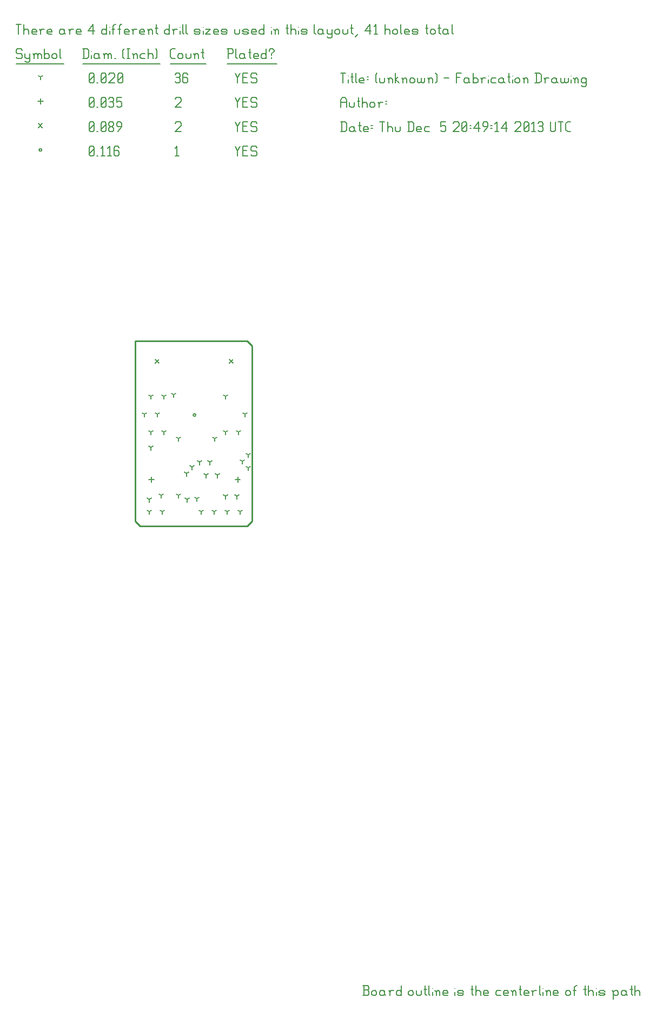
<source format=gbr>
G04 start of page 14 for group -3984 idx -3984 *
G04 Title: (unknown), fab *
G04 Creator: pcb 20110918 *
G04 CreationDate: Thu Dec  5 20:49:14 2013 UTC *
G04 For: fosse *
G04 Format: Gerber/RS-274X *
G04 PCB-Dimensions: 600000 500000 *
G04 PCB-Coordinate-Origin: lower left *
%MOIN*%
%FSLAX25Y25*%
%LNFAB*%
%ADD77C,0.0100*%
%ADD76C,0.0075*%
%ADD75C,0.0060*%
%ADD74R,0.0080X0.0080*%
G54D74*X109200Y348000D02*G75*G03X110800Y348000I800J0D01*G01*
G75*G03X109200Y348000I-800J0D01*G01*
X14200Y511250D02*G75*G03X15800Y511250I800J0D01*G01*
G75*G03X14200Y511250I-800J0D01*G01*
G54D75*X135000Y513500D02*X136500Y510500D01*
X138000Y513500D01*
X136500Y510500D02*Y507500D01*
X139800Y510800D02*X142050D01*
X139800Y507500D02*X142800D01*
X139800Y513500D02*Y507500D01*
Y513500D02*X142800D01*
X147600D02*X148350Y512750D01*
X145350Y513500D02*X147600D01*
X144600Y512750D02*X145350Y513500D01*
X144600Y512750D02*Y511250D01*
X145350Y510500D01*
X147600D01*
X148350Y509750D01*
Y508250D01*
X147600Y507500D02*X148350Y508250D01*
X145350Y507500D02*X147600D01*
X144600Y508250D02*X145350Y507500D01*
X98000Y512300D02*X99200Y513500D01*
Y507500D01*
X98000D02*X100250D01*
X45000Y508250D02*X45750Y507500D01*
X45000Y512750D02*Y508250D01*
Y512750D02*X45750Y513500D01*
X47250D01*
X48000Y512750D01*
Y508250D01*
X47250Y507500D02*X48000Y508250D01*
X45750Y507500D02*X47250D01*
X45000Y509000D02*X48000Y512000D01*
X49800Y507500D02*X50550D01*
X52350Y512300D02*X53550Y513500D01*
Y507500D01*
X52350D02*X54600D01*
X56400Y512300D02*X57600Y513500D01*
Y507500D01*
X56400D02*X58650D01*
X62700Y513500D02*X63450Y512750D01*
X61200Y513500D02*X62700D01*
X60450Y512750D02*X61200Y513500D01*
X60450Y512750D02*Y508250D01*
X61200Y507500D01*
X62700Y510800D02*X63450Y510050D01*
X60450Y510800D02*X62700D01*
X61200Y507500D02*X62700D01*
X63450Y508250D01*
Y510050D02*Y508250D01*
X85800Y382200D02*X88200Y379800D01*
X85800D02*X88200Y382200D01*
X131300D02*X133700Y379800D01*
X131300D02*X133700Y382200D01*
X13800Y527450D02*X16200Y525050D01*
X13800D02*X16200Y527450D01*
X135000Y528500D02*X136500Y525500D01*
X138000Y528500D01*
X136500Y525500D02*Y522500D01*
X139800Y525800D02*X142050D01*
X139800Y522500D02*X142800D01*
X139800Y528500D02*Y522500D01*
Y528500D02*X142800D01*
X147600D02*X148350Y527750D01*
X145350Y528500D02*X147600D01*
X144600Y527750D02*X145350Y528500D01*
X144600Y527750D02*Y526250D01*
X145350Y525500D01*
X147600D01*
X148350Y524750D01*
Y523250D01*
X147600Y522500D02*X148350Y523250D01*
X145350Y522500D02*X147600D01*
X144600Y523250D02*X145350Y522500D01*
X98000Y527750D02*X98750Y528500D01*
X101000D01*
X101750Y527750D01*
Y526250D01*
X98000Y522500D02*X101750Y526250D01*
X98000Y522500D02*X101750D01*
X45000Y523250D02*X45750Y522500D01*
X45000Y527750D02*Y523250D01*
Y527750D02*X45750Y528500D01*
X47250D01*
X48000Y527750D01*
Y523250D01*
X47250Y522500D02*X48000Y523250D01*
X45750Y522500D02*X47250D01*
X45000Y524000D02*X48000Y527000D01*
X49800Y522500D02*X50550D01*
X52350Y523250D02*X53100Y522500D01*
X52350Y527750D02*Y523250D01*
Y527750D02*X53100Y528500D01*
X54600D01*
X55350Y527750D01*
Y523250D01*
X54600Y522500D02*X55350Y523250D01*
X53100Y522500D02*X54600D01*
X52350Y524000D02*X55350Y527000D01*
X57150Y523250D02*X57900Y522500D01*
X57150Y524450D02*Y523250D01*
Y524450D02*X58200Y525500D01*
X59100D01*
X60150Y524450D01*
Y523250D01*
X59400Y522500D02*X60150Y523250D01*
X57900Y522500D02*X59400D01*
X57150Y526550D02*X58200Y525500D01*
X57150Y527750D02*Y526550D01*
Y527750D02*X57900Y528500D01*
X59400D01*
X60150Y527750D01*
Y526550D01*
X59100Y525500D02*X60150Y526550D01*
X62700Y522500D02*X64950Y525500D01*
Y527750D02*Y525500D01*
X64200Y528500D02*X64950Y527750D01*
X62700Y528500D02*X64200D01*
X61950Y527750D02*X62700Y528500D01*
X61950Y527750D02*Y526250D01*
X62700Y525500D01*
X64950D01*
X136575Y309805D02*Y306605D01*
X134975Y308205D02*X138175D01*
X83425Y309805D02*Y306605D01*
X81825Y308205D02*X85025D01*
X15000Y542850D02*Y539650D01*
X13400Y541250D02*X16600D01*
X135000Y543500D02*X136500Y540500D01*
X138000Y543500D01*
X136500Y540500D02*Y537500D01*
X139800Y540800D02*X142050D01*
X139800Y537500D02*X142800D01*
X139800Y543500D02*Y537500D01*
Y543500D02*X142800D01*
X147600D02*X148350Y542750D01*
X145350Y543500D02*X147600D01*
X144600Y542750D02*X145350Y543500D01*
X144600Y542750D02*Y541250D01*
X145350Y540500D01*
X147600D01*
X148350Y539750D01*
Y538250D01*
X147600Y537500D02*X148350Y538250D01*
X145350Y537500D02*X147600D01*
X144600Y538250D02*X145350Y537500D01*
X98000Y542750D02*X98750Y543500D01*
X101000D01*
X101750Y542750D01*
Y541250D01*
X98000Y537500D02*X101750Y541250D01*
X98000Y537500D02*X101750D01*
X45000Y538250D02*X45750Y537500D01*
X45000Y542750D02*Y538250D01*
Y542750D02*X45750Y543500D01*
X47250D01*
X48000Y542750D01*
Y538250D01*
X47250Y537500D02*X48000Y538250D01*
X45750Y537500D02*X47250D01*
X45000Y539000D02*X48000Y542000D01*
X49800Y537500D02*X50550D01*
X52350Y538250D02*X53100Y537500D01*
X52350Y542750D02*Y538250D01*
Y542750D02*X53100Y543500D01*
X54600D01*
X55350Y542750D01*
Y538250D01*
X54600Y537500D02*X55350Y538250D01*
X53100Y537500D02*X54600D01*
X52350Y539000D02*X55350Y542000D01*
X57150Y542750D02*X57900Y543500D01*
X59400D01*
X60150Y542750D01*
X59400Y537500D02*X60150Y538250D01*
X57900Y537500D02*X59400D01*
X57150Y538250D02*X57900Y537500D01*
Y540800D02*X59400D01*
X60150Y542750D02*Y541550D01*
Y540050D02*Y538250D01*
Y540050D02*X59400Y540800D01*
X60150Y541550D02*X59400Y540800D01*
X61950Y543500D02*X64950D01*
X61950D02*Y540500D01*
X62700Y541250D01*
X64200D01*
X64950Y540500D01*
Y538250D01*
X64200Y537500D02*X64950Y538250D01*
X62700Y537500D02*X64200D01*
X61950Y538250D02*X62700Y537500D01*
X117000Y311000D02*Y309400D01*
Y311000D02*X118387Y311800D01*
X117000Y311000D02*X115613Y311800D01*
X124000Y311000D02*Y309400D01*
Y311000D02*X125387Y311800D01*
X124000Y311000D02*X122613Y311800D01*
X129000Y298000D02*Y296400D01*
Y298000D02*X130387Y298800D01*
X129000Y298000D02*X127613Y298800D01*
X136000Y298000D02*Y296400D01*
Y298000D02*X137387Y298800D01*
X136000Y298000D02*X134613Y298800D01*
X100000Y298500D02*Y296900D01*
Y298500D02*X101387Y299300D01*
X100000Y298500D02*X98613Y299300D01*
X105500Y296000D02*Y294400D01*
Y296000D02*X106887Y296800D01*
X105500Y296000D02*X104113Y296800D01*
X111500Y296500D02*Y294900D01*
Y296500D02*X112887Y297300D01*
X111500Y296500D02*X110113Y297300D01*
X143000Y323500D02*Y321900D01*
Y323500D02*X144387Y324300D01*
X143000Y323500D02*X141613Y324300D01*
X139500Y319500D02*Y317900D01*
Y319500D02*X140887Y320300D01*
X139500Y319500D02*X138113Y320300D01*
X143000Y315500D02*Y313900D01*
Y315500D02*X144387Y316300D01*
X143000Y315500D02*X141613Y316300D01*
X122500Y333500D02*Y331900D01*
Y333500D02*X123887Y334300D01*
X122500Y333500D02*X121113Y334300D01*
X105000Y312000D02*Y310400D01*
Y312000D02*X106387Y312800D01*
X105000Y312000D02*X103613Y312800D01*
X119500Y319000D02*Y317400D01*
Y319000D02*X120887Y319800D01*
X119500Y319000D02*X118113Y319800D01*
X108500Y316000D02*Y314400D01*
Y316000D02*X109887Y316800D01*
X108500Y316000D02*X107113Y316800D01*
X100000Y333500D02*Y331900D01*
Y333500D02*X101387Y334300D01*
X100000Y333500D02*X98613Y334300D01*
X83000Y328000D02*Y326400D01*
Y328000D02*X84387Y328800D01*
X83000Y328000D02*X81613Y328800D01*
X97000Y360500D02*Y358900D01*
Y360500D02*X98387Y361300D01*
X97000Y360500D02*X95613Y361300D01*
X79000Y348500D02*Y346900D01*
Y348500D02*X80387Y349300D01*
X79000Y348500D02*X77613Y349300D01*
X87000Y348500D02*Y346900D01*
Y348500D02*X88387Y349300D01*
X87000Y348500D02*X85613Y349300D01*
X91000Y359500D02*Y357900D01*
Y359500D02*X92387Y360300D01*
X91000Y359500D02*X89613Y360300D01*
X83000Y359500D02*Y357900D01*
Y359500D02*X84387Y360300D01*
X83000Y359500D02*X81613Y360300D01*
X91000Y337500D02*Y335900D01*
Y337500D02*X92387Y338300D01*
X91000Y337500D02*X89613Y338300D01*
X83000Y337500D02*Y335900D01*
Y337500D02*X84387Y338300D01*
X83000Y337500D02*X81613Y338300D01*
X90000Y288500D02*Y286900D01*
Y288500D02*X91387Y289300D01*
X90000Y288500D02*X88613Y289300D01*
X122000Y288500D02*Y286900D01*
Y288500D02*X123387Y289300D01*
X122000Y288500D02*X120613Y289300D01*
X130000Y288500D02*Y286900D01*
Y288500D02*X131387Y289300D01*
X130000Y288500D02*X128613Y289300D01*
X138000Y288500D02*Y286900D01*
Y288500D02*X139387Y289300D01*
X138000Y288500D02*X136613Y289300D01*
X82000Y296000D02*Y294400D01*
Y296000D02*X83387Y296800D01*
X82000Y296000D02*X80613Y296800D01*
X113000Y319000D02*Y317400D01*
Y319000D02*X114387Y319800D01*
X113000Y319000D02*X111613Y319800D01*
X82000Y288500D02*Y286900D01*
Y288500D02*X83387Y289300D01*
X82000Y288500D02*X80613Y289300D01*
X114000Y288500D02*Y286900D01*
Y288500D02*X115387Y289300D01*
X114000Y288500D02*X112613Y289300D01*
X129000Y359500D02*Y357900D01*
Y359500D02*X130387Y360300D01*
X129000Y359500D02*X127613Y360300D01*
X89500Y298500D02*Y296900D01*
Y298500D02*X90887Y299300D01*
X89500Y298500D02*X88113Y299300D01*
X129000Y337500D02*Y335900D01*
Y337500D02*X130387Y338300D01*
X129000Y337500D02*X127613Y338300D01*
X137000Y337500D02*Y335900D01*
Y337500D02*X138387Y338300D01*
X137000Y337500D02*X135613Y338300D01*
X141000Y348500D02*Y346900D01*
Y348500D02*X142387Y349300D01*
X141000Y348500D02*X139613Y349300D01*
X15000Y556250D02*Y554650D01*
Y556250D02*X16387Y557050D01*
X15000Y556250D02*X13613Y557050D01*
X135000Y558500D02*X136500Y555500D01*
X138000Y558500D01*
X136500Y555500D02*Y552500D01*
X139800Y555800D02*X142050D01*
X139800Y552500D02*X142800D01*
X139800Y558500D02*Y552500D01*
Y558500D02*X142800D01*
X147600D02*X148350Y557750D01*
X145350Y558500D02*X147600D01*
X144600Y557750D02*X145350Y558500D01*
X144600Y557750D02*Y556250D01*
X145350Y555500D01*
X147600D01*
X148350Y554750D01*
Y553250D01*
X147600Y552500D02*X148350Y553250D01*
X145350Y552500D02*X147600D01*
X144600Y553250D02*X145350Y552500D01*
X98000Y557750D02*X98750Y558500D01*
X100250D01*
X101000Y557750D01*
X100250Y552500D02*X101000Y553250D01*
X98750Y552500D02*X100250D01*
X98000Y553250D02*X98750Y552500D01*
Y555800D02*X100250D01*
X101000Y557750D02*Y556550D01*
Y555050D02*Y553250D01*
Y555050D02*X100250Y555800D01*
X101000Y556550D02*X100250Y555800D01*
X105050Y558500D02*X105800Y557750D01*
X103550Y558500D02*X105050D01*
X102800Y557750D02*X103550Y558500D01*
X102800Y557750D02*Y553250D01*
X103550Y552500D01*
X105050Y555800D02*X105800Y555050D01*
X102800Y555800D02*X105050D01*
X103550Y552500D02*X105050D01*
X105800Y553250D01*
Y555050D02*Y553250D01*
X45000D02*X45750Y552500D01*
X45000Y557750D02*Y553250D01*
Y557750D02*X45750Y558500D01*
X47250D01*
X48000Y557750D01*
Y553250D01*
X47250Y552500D02*X48000Y553250D01*
X45750Y552500D02*X47250D01*
X45000Y554000D02*X48000Y557000D01*
X49800Y552500D02*X50550D01*
X52350Y553250D02*X53100Y552500D01*
X52350Y557750D02*Y553250D01*
Y557750D02*X53100Y558500D01*
X54600D01*
X55350Y557750D01*
Y553250D01*
X54600Y552500D02*X55350Y553250D01*
X53100Y552500D02*X54600D01*
X52350Y554000D02*X55350Y557000D01*
X57150Y557750D02*X57900Y558500D01*
X60150D01*
X60900Y557750D01*
Y556250D01*
X57150Y552500D02*X60900Y556250D01*
X57150Y552500D02*X60900D01*
X62700Y553250D02*X63450Y552500D01*
X62700Y557750D02*Y553250D01*
Y557750D02*X63450Y558500D01*
X64950D01*
X65700Y557750D01*
Y553250D01*
X64950Y552500D02*X65700Y553250D01*
X63450Y552500D02*X64950D01*
X62700Y554000D02*X65700Y557000D01*
X3000Y573500D02*X3750Y572750D01*
X750Y573500D02*X3000D01*
X0Y572750D02*X750Y573500D01*
X0Y572750D02*Y571250D01*
X750Y570500D01*
X3000D01*
X3750Y569750D01*
Y568250D01*
X3000Y567500D02*X3750Y568250D01*
X750Y567500D02*X3000D01*
X0Y568250D02*X750Y567500D01*
X5550Y570500D02*Y568250D01*
X6300Y567500D01*
X8550Y570500D02*Y566000D01*
X7800Y565250D02*X8550Y566000D01*
X6300Y565250D02*X7800D01*
X5550Y566000D02*X6300Y565250D01*
Y567500D02*X7800D01*
X8550Y568250D01*
X11100Y569750D02*Y567500D01*
Y569750D02*X11850Y570500D01*
X12600D01*
X13350Y569750D01*
Y567500D01*
Y569750D02*X14100Y570500D01*
X14850D01*
X15600Y569750D01*
Y567500D01*
X10350Y570500D02*X11100Y569750D01*
X17400Y573500D02*Y567500D01*
Y568250D02*X18150Y567500D01*
X19650D01*
X20400Y568250D01*
Y569750D02*Y568250D01*
X19650Y570500D02*X20400Y569750D01*
X18150Y570500D02*X19650D01*
X17400Y569750D02*X18150Y570500D01*
X22200Y569750D02*Y568250D01*
Y569750D02*X22950Y570500D01*
X24450D01*
X25200Y569750D01*
Y568250D01*
X24450Y567500D02*X25200Y568250D01*
X22950Y567500D02*X24450D01*
X22200Y568250D02*X22950Y567500D01*
X27000Y573500D02*Y568250D01*
X27750Y567500D01*
X0Y564250D02*X29250D01*
X41750Y573500D02*Y567500D01*
X43700Y573500D02*X44750Y572450D01*
Y568550D01*
X43700Y567500D02*X44750Y568550D01*
X41000Y567500D02*X43700D01*
X41000Y573500D02*X43700D01*
G54D76*X46550Y572000D02*Y571850D01*
G54D75*Y569750D02*Y567500D01*
X50300Y570500D02*X51050Y569750D01*
X48800Y570500D02*X50300D01*
X48050Y569750D02*X48800Y570500D01*
X48050Y569750D02*Y568250D01*
X48800Y567500D01*
X51050Y570500D02*Y568250D01*
X51800Y567500D01*
X48800D02*X50300D01*
X51050Y568250D01*
X54350Y569750D02*Y567500D01*
Y569750D02*X55100Y570500D01*
X55850D01*
X56600Y569750D01*
Y567500D01*
Y569750D02*X57350Y570500D01*
X58100D01*
X58850Y569750D01*
Y567500D01*
X53600Y570500D02*X54350Y569750D01*
X60650Y567500D02*X61400D01*
X65900Y568250D02*X66650Y567500D01*
X65900Y572750D02*X66650Y573500D01*
X65900Y572750D02*Y568250D01*
X68450Y573500D02*X69950D01*
X69200D02*Y567500D01*
X68450D02*X69950D01*
X72500Y569750D02*Y567500D01*
Y569750D02*X73250Y570500D01*
X74000D01*
X74750Y569750D01*
Y567500D01*
X71750Y570500D02*X72500Y569750D01*
X77300Y570500D02*X79550D01*
X76550Y569750D02*X77300Y570500D01*
X76550Y569750D02*Y568250D01*
X77300Y567500D01*
X79550D01*
X81350Y573500D02*Y567500D01*
Y569750D02*X82100Y570500D01*
X83600D01*
X84350Y569750D01*
Y567500D01*
X86150Y573500D02*X86900Y572750D01*
Y568250D01*
X86150Y567500D02*X86900Y568250D01*
X41000Y564250D02*X88700D01*
X96050Y567500D02*X98000D01*
X95000Y568550D02*X96050Y567500D01*
X95000Y572450D02*Y568550D01*
Y572450D02*X96050Y573500D01*
X98000D01*
X99800Y569750D02*Y568250D01*
Y569750D02*X100550Y570500D01*
X102050D01*
X102800Y569750D01*
Y568250D01*
X102050Y567500D02*X102800Y568250D01*
X100550Y567500D02*X102050D01*
X99800Y568250D02*X100550Y567500D01*
X104600Y570500D02*Y568250D01*
X105350Y567500D01*
X106850D01*
X107600Y568250D01*
Y570500D02*Y568250D01*
X110150Y569750D02*Y567500D01*
Y569750D02*X110900Y570500D01*
X111650D01*
X112400Y569750D01*
Y567500D01*
X109400Y570500D02*X110150Y569750D01*
X114950Y573500D02*Y568250D01*
X115700Y567500D01*
X114200Y571250D02*X115700D01*
X95000Y564250D02*X117200D01*
X130750Y573500D02*Y567500D01*
X130000Y573500D02*X133000D01*
X133750Y572750D01*
Y571250D01*
X133000Y570500D02*X133750Y571250D01*
X130750Y570500D02*X133000D01*
X135550Y573500D02*Y568250D01*
X136300Y567500D01*
X140050Y570500D02*X140800Y569750D01*
X138550Y570500D02*X140050D01*
X137800Y569750D02*X138550Y570500D01*
X137800Y569750D02*Y568250D01*
X138550Y567500D01*
X140800Y570500D02*Y568250D01*
X141550Y567500D01*
X138550D02*X140050D01*
X140800Y568250D01*
X144100Y573500D02*Y568250D01*
X144850Y567500D01*
X143350Y571250D02*X144850D01*
X147100Y567500D02*X149350D01*
X146350Y568250D02*X147100Y567500D01*
X146350Y569750D02*Y568250D01*
Y569750D02*X147100Y570500D01*
X148600D01*
X149350Y569750D01*
X146350Y569000D02*X149350D01*
Y569750D02*Y569000D01*
X154150Y573500D02*Y567500D01*
X153400D02*X154150Y568250D01*
X151900Y567500D02*X153400D01*
X151150Y568250D02*X151900Y567500D01*
X151150Y569750D02*Y568250D01*
Y569750D02*X151900Y570500D01*
X153400D01*
X154150Y569750D01*
X157450Y570500D02*Y569750D01*
Y568250D02*Y567500D01*
X155950Y572750D02*Y572000D01*
Y572750D02*X156700Y573500D01*
X158200D01*
X158950Y572750D01*
Y572000D01*
X157450Y570500D02*X158950Y572000D01*
X130000Y564250D02*X160750D01*
X0Y588500D02*X3000D01*
X1500D02*Y582500D01*
X4800Y588500D02*Y582500D01*
Y584750D02*X5550Y585500D01*
X7050D01*
X7800Y584750D01*
Y582500D01*
X10350D02*X12600D01*
X9600Y583250D02*X10350Y582500D01*
X9600Y584750D02*Y583250D01*
Y584750D02*X10350Y585500D01*
X11850D01*
X12600Y584750D01*
X9600Y584000D02*X12600D01*
Y584750D02*Y584000D01*
X15150Y584750D02*Y582500D01*
Y584750D02*X15900Y585500D01*
X17400D01*
X14400D02*X15150Y584750D01*
X19950Y582500D02*X22200D01*
X19200Y583250D02*X19950Y582500D01*
X19200Y584750D02*Y583250D01*
Y584750D02*X19950Y585500D01*
X21450D01*
X22200Y584750D01*
X19200Y584000D02*X22200D01*
Y584750D02*Y584000D01*
X28950Y585500D02*X29700Y584750D01*
X27450Y585500D02*X28950D01*
X26700Y584750D02*X27450Y585500D01*
X26700Y584750D02*Y583250D01*
X27450Y582500D01*
X29700Y585500D02*Y583250D01*
X30450Y582500D01*
X27450D02*X28950D01*
X29700Y583250D01*
X33000Y584750D02*Y582500D01*
Y584750D02*X33750Y585500D01*
X35250D01*
X32250D02*X33000Y584750D01*
X37800Y582500D02*X40050D01*
X37050Y583250D02*X37800Y582500D01*
X37050Y584750D02*Y583250D01*
Y584750D02*X37800Y585500D01*
X39300D01*
X40050Y584750D01*
X37050Y584000D02*X40050D01*
Y584750D02*Y584000D01*
X44550Y584750D02*X47550Y588500D01*
X44550Y584750D02*X48300D01*
X47550Y588500D02*Y582500D01*
X55800Y588500D02*Y582500D01*
X55050D02*X55800Y583250D01*
X53550Y582500D02*X55050D01*
X52800Y583250D02*X53550Y582500D01*
X52800Y584750D02*Y583250D01*
Y584750D02*X53550Y585500D01*
X55050D01*
X55800Y584750D01*
G54D76*X57600Y587000D02*Y586850D01*
G54D75*Y584750D02*Y582500D01*
X59850Y587750D02*Y582500D01*
Y587750D02*X60600Y588500D01*
X61350D01*
X59100Y585500D02*X60600D01*
X63600Y587750D02*Y582500D01*
Y587750D02*X64350Y588500D01*
X65100D01*
X62850Y585500D02*X64350D01*
X67350Y582500D02*X69600D01*
X66600Y583250D02*X67350Y582500D01*
X66600Y584750D02*Y583250D01*
Y584750D02*X67350Y585500D01*
X68850D01*
X69600Y584750D01*
X66600Y584000D02*X69600D01*
Y584750D02*Y584000D01*
X72150Y584750D02*Y582500D01*
Y584750D02*X72900Y585500D01*
X74400D01*
X71400D02*X72150Y584750D01*
X76950Y582500D02*X79200D01*
X76200Y583250D02*X76950Y582500D01*
X76200Y584750D02*Y583250D01*
Y584750D02*X76950Y585500D01*
X78450D01*
X79200Y584750D01*
X76200Y584000D02*X79200D01*
Y584750D02*Y584000D01*
X81750Y584750D02*Y582500D01*
Y584750D02*X82500Y585500D01*
X83250D01*
X84000Y584750D01*
Y582500D01*
X81000Y585500D02*X81750Y584750D01*
X86550Y588500D02*Y583250D01*
X87300Y582500D01*
X85800Y586250D02*X87300D01*
X94500Y588500D02*Y582500D01*
X93750D02*X94500Y583250D01*
X92250Y582500D02*X93750D01*
X91500Y583250D02*X92250Y582500D01*
X91500Y584750D02*Y583250D01*
Y584750D02*X92250Y585500D01*
X93750D01*
X94500Y584750D01*
X97050D02*Y582500D01*
Y584750D02*X97800Y585500D01*
X99300D01*
X96300D02*X97050Y584750D01*
G54D76*X101100Y587000D02*Y586850D01*
G54D75*Y584750D02*Y582500D01*
X102600Y588500D02*Y583250D01*
X103350Y582500D01*
X104850Y588500D02*Y583250D01*
X105600Y582500D01*
X110550D02*X112800D01*
X113550Y583250D01*
X112800Y584000D02*X113550Y583250D01*
X110550Y584000D02*X112800D01*
X109800Y584750D02*X110550Y584000D01*
X109800Y584750D02*X110550Y585500D01*
X112800D01*
X113550Y584750D01*
X109800Y583250D02*X110550Y582500D01*
G54D76*X115350Y587000D02*Y586850D01*
G54D75*Y584750D02*Y582500D01*
X116850Y585500D02*X119850D01*
X116850Y582500D02*X119850Y585500D01*
X116850Y582500D02*X119850D01*
X122400D02*X124650D01*
X121650Y583250D02*X122400Y582500D01*
X121650Y584750D02*Y583250D01*
Y584750D02*X122400Y585500D01*
X123900D01*
X124650Y584750D01*
X121650Y584000D02*X124650D01*
Y584750D02*Y584000D01*
X127200Y582500D02*X129450D01*
X130200Y583250D01*
X129450Y584000D02*X130200Y583250D01*
X127200Y584000D02*X129450D01*
X126450Y584750D02*X127200Y584000D01*
X126450Y584750D02*X127200Y585500D01*
X129450D01*
X130200Y584750D01*
X126450Y583250D02*X127200Y582500D01*
X134700Y585500D02*Y583250D01*
X135450Y582500D01*
X136950D01*
X137700Y583250D01*
Y585500D02*Y583250D01*
X140250Y582500D02*X142500D01*
X143250Y583250D01*
X142500Y584000D02*X143250Y583250D01*
X140250Y584000D02*X142500D01*
X139500Y584750D02*X140250Y584000D01*
X139500Y584750D02*X140250Y585500D01*
X142500D01*
X143250Y584750D01*
X139500Y583250D02*X140250Y582500D01*
X145800D02*X148050D01*
X145050Y583250D02*X145800Y582500D01*
X145050Y584750D02*Y583250D01*
Y584750D02*X145800Y585500D01*
X147300D01*
X148050Y584750D01*
X145050Y584000D02*X148050D01*
Y584750D02*Y584000D01*
X152850Y588500D02*Y582500D01*
X152100D02*X152850Y583250D01*
X150600Y582500D02*X152100D01*
X149850Y583250D02*X150600Y582500D01*
X149850Y584750D02*Y583250D01*
Y584750D02*X150600Y585500D01*
X152100D01*
X152850Y584750D01*
G54D76*X157350Y587000D02*Y586850D01*
G54D75*Y584750D02*Y582500D01*
X159600Y584750D02*Y582500D01*
Y584750D02*X160350Y585500D01*
X161100D01*
X161850Y584750D01*
Y582500D01*
X158850Y585500D02*X159600Y584750D01*
X167100Y588500D02*Y583250D01*
X167850Y582500D01*
X166350Y586250D02*X167850D01*
X169350Y588500D02*Y582500D01*
Y584750D02*X170100Y585500D01*
X171600D01*
X172350Y584750D01*
Y582500D01*
G54D76*X174150Y587000D02*Y586850D01*
G54D75*Y584750D02*Y582500D01*
X176400D02*X178650D01*
X179400Y583250D01*
X178650Y584000D02*X179400Y583250D01*
X176400Y584000D02*X178650D01*
X175650Y584750D02*X176400Y584000D01*
X175650Y584750D02*X176400Y585500D01*
X178650D01*
X179400Y584750D01*
X175650Y583250D02*X176400Y582500D01*
X183900Y588500D02*Y583250D01*
X184650Y582500D01*
X188400Y585500D02*X189150Y584750D01*
X186900Y585500D02*X188400D01*
X186150Y584750D02*X186900Y585500D01*
X186150Y584750D02*Y583250D01*
X186900Y582500D01*
X189150Y585500D02*Y583250D01*
X189900Y582500D01*
X186900D02*X188400D01*
X189150Y583250D01*
X191700Y585500D02*Y583250D01*
X192450Y582500D01*
X194700Y585500D02*Y581000D01*
X193950Y580250D02*X194700Y581000D01*
X192450Y580250D02*X193950D01*
X191700Y581000D02*X192450Y580250D01*
Y582500D02*X193950D01*
X194700Y583250D01*
X196500Y584750D02*Y583250D01*
Y584750D02*X197250Y585500D01*
X198750D01*
X199500Y584750D01*
Y583250D01*
X198750Y582500D02*X199500Y583250D01*
X197250Y582500D02*X198750D01*
X196500Y583250D02*X197250Y582500D01*
X201300Y585500D02*Y583250D01*
X202050Y582500D01*
X203550D01*
X204300Y583250D01*
Y585500D02*Y583250D01*
X206850Y588500D02*Y583250D01*
X207600Y582500D01*
X206100Y586250D02*X207600D01*
X209100Y581000D02*X210600Y582500D01*
X215100Y584750D02*X218100Y588500D01*
X215100Y584750D02*X218850D01*
X218100Y588500D02*Y582500D01*
X220650Y587300D02*X221850Y588500D01*
Y582500D01*
X220650D02*X222900D01*
X227400Y588500D02*Y582500D01*
Y584750D02*X228150Y585500D01*
X229650D01*
X230400Y584750D01*
Y582500D01*
X232200Y584750D02*Y583250D01*
Y584750D02*X232950Y585500D01*
X234450D01*
X235200Y584750D01*
Y583250D01*
X234450Y582500D02*X235200Y583250D01*
X232950Y582500D02*X234450D01*
X232200Y583250D02*X232950Y582500D01*
X237000Y588500D02*Y583250D01*
X237750Y582500D01*
X240000D02*X242250D01*
X239250Y583250D02*X240000Y582500D01*
X239250Y584750D02*Y583250D01*
Y584750D02*X240000Y585500D01*
X241500D01*
X242250Y584750D01*
X239250Y584000D02*X242250D01*
Y584750D02*Y584000D01*
X244800Y582500D02*X247050D01*
X247800Y583250D01*
X247050Y584000D02*X247800Y583250D01*
X244800Y584000D02*X247050D01*
X244050Y584750D02*X244800Y584000D01*
X244050Y584750D02*X244800Y585500D01*
X247050D01*
X247800Y584750D01*
X244050Y583250D02*X244800Y582500D01*
X253050Y588500D02*Y583250D01*
X253800Y582500D01*
X252300Y586250D02*X253800D01*
X255300Y584750D02*Y583250D01*
Y584750D02*X256050Y585500D01*
X257550D01*
X258300Y584750D01*
Y583250D01*
X257550Y582500D02*X258300Y583250D01*
X256050Y582500D02*X257550D01*
X255300Y583250D02*X256050Y582500D01*
X260850Y588500D02*Y583250D01*
X261600Y582500D01*
X260100Y586250D02*X261600D01*
X265350Y585500D02*X266100Y584750D01*
X263850Y585500D02*X265350D01*
X263100Y584750D02*X263850Y585500D01*
X263100Y584750D02*Y583250D01*
X263850Y582500D01*
X266100Y585500D02*Y583250D01*
X266850Y582500D01*
X263850D02*X265350D01*
X266100Y583250D01*
X268650Y588500D02*Y583250D01*
X269400Y582500D01*
G54D77*X73500Y393500D02*Y282500D01*
X76500Y279500D01*
X142500D01*
X145500Y282500D01*
Y390500D01*
X142500Y393500D01*
X73500D01*
G54D75*X213675Y-9500D02*X216675D01*
X217425Y-8750D01*
Y-6950D02*Y-8750D01*
X216675Y-6200D02*X217425Y-6950D01*
X214425Y-6200D02*X216675D01*
X214425Y-3500D02*Y-9500D01*
X213675Y-3500D02*X216675D01*
X217425Y-4250D01*
Y-5450D01*
X216675Y-6200D02*X217425Y-5450D01*
X219225Y-7250D02*Y-8750D01*
Y-7250D02*X219975Y-6500D01*
X221475D01*
X222225Y-7250D01*
Y-8750D01*
X221475Y-9500D02*X222225Y-8750D01*
X219975Y-9500D02*X221475D01*
X219225Y-8750D02*X219975Y-9500D01*
X226275Y-6500D02*X227025Y-7250D01*
X224775Y-6500D02*X226275D01*
X224025Y-7250D02*X224775Y-6500D01*
X224025Y-7250D02*Y-8750D01*
X224775Y-9500D01*
X227025Y-6500D02*Y-8750D01*
X227775Y-9500D01*
X224775D02*X226275D01*
X227025Y-8750D01*
X230325Y-7250D02*Y-9500D01*
Y-7250D02*X231075Y-6500D01*
X232575D01*
X229575D02*X230325Y-7250D01*
X237375Y-3500D02*Y-9500D01*
X236625D02*X237375Y-8750D01*
X235125Y-9500D02*X236625D01*
X234375Y-8750D02*X235125Y-9500D01*
X234375Y-7250D02*Y-8750D01*
Y-7250D02*X235125Y-6500D01*
X236625D01*
X237375Y-7250D01*
X241875D02*Y-8750D01*
Y-7250D02*X242625Y-6500D01*
X244125D01*
X244875Y-7250D01*
Y-8750D01*
X244125Y-9500D02*X244875Y-8750D01*
X242625Y-9500D02*X244125D01*
X241875Y-8750D02*X242625Y-9500D01*
X246675Y-6500D02*Y-8750D01*
X247425Y-9500D01*
X248925D01*
X249675Y-8750D01*
Y-6500D02*Y-8750D01*
X252225Y-3500D02*Y-8750D01*
X252975Y-9500D01*
X251475Y-5750D02*X252975D01*
X254475Y-3500D02*Y-8750D01*
X255225Y-9500D01*
G54D76*X256725Y-5000D02*Y-5150D01*
G54D75*Y-7250D02*Y-9500D01*
X258975Y-7250D02*Y-9500D01*
Y-7250D02*X259725Y-6500D01*
X260475D01*
X261225Y-7250D01*
Y-9500D01*
X258225Y-6500D02*X258975Y-7250D01*
X263775Y-9500D02*X266025D01*
X263025Y-8750D02*X263775Y-9500D01*
X263025Y-7250D02*Y-8750D01*
Y-7250D02*X263775Y-6500D01*
X265275D01*
X266025Y-7250D01*
X263025Y-8000D02*X266025D01*
Y-7250D02*Y-8000D01*
G54D76*X270525Y-5000D02*Y-5150D01*
G54D75*Y-7250D02*Y-9500D01*
X272775D02*X275025D01*
X275775Y-8750D01*
X275025Y-8000D02*X275775Y-8750D01*
X272775Y-8000D02*X275025D01*
X272025Y-7250D02*X272775Y-8000D01*
X272025Y-7250D02*X272775Y-6500D01*
X275025D01*
X275775Y-7250D01*
X272025Y-8750D02*X272775Y-9500D01*
X281025Y-3500D02*Y-8750D01*
X281775Y-9500D01*
X280275Y-5750D02*X281775D01*
X283275Y-3500D02*Y-9500D01*
Y-7250D02*X284025Y-6500D01*
X285525D01*
X286275Y-7250D01*
Y-9500D01*
X288825D02*X291075D01*
X288075Y-8750D02*X288825Y-9500D01*
X288075Y-7250D02*Y-8750D01*
Y-7250D02*X288825Y-6500D01*
X290325D01*
X291075Y-7250D01*
X288075Y-8000D02*X291075D01*
Y-7250D02*Y-8000D01*
X296325Y-6500D02*X298575D01*
X295575Y-7250D02*X296325Y-6500D01*
X295575Y-7250D02*Y-8750D01*
X296325Y-9500D01*
X298575D01*
X301125D02*X303375D01*
X300375Y-8750D02*X301125Y-9500D01*
X300375Y-7250D02*Y-8750D01*
Y-7250D02*X301125Y-6500D01*
X302625D01*
X303375Y-7250D01*
X300375Y-8000D02*X303375D01*
Y-7250D02*Y-8000D01*
X305925Y-7250D02*Y-9500D01*
Y-7250D02*X306675Y-6500D01*
X307425D01*
X308175Y-7250D01*
Y-9500D01*
X305175Y-6500D02*X305925Y-7250D01*
X310725Y-3500D02*Y-8750D01*
X311475Y-9500D01*
X309975Y-5750D02*X311475D01*
X313725Y-9500D02*X315975D01*
X312975Y-8750D02*X313725Y-9500D01*
X312975Y-7250D02*Y-8750D01*
Y-7250D02*X313725Y-6500D01*
X315225D01*
X315975Y-7250D01*
X312975Y-8000D02*X315975D01*
Y-7250D02*Y-8000D01*
X318525Y-7250D02*Y-9500D01*
Y-7250D02*X319275Y-6500D01*
X320775D01*
X317775D02*X318525Y-7250D01*
X322575Y-3500D02*Y-8750D01*
X323325Y-9500D01*
G54D76*X324825Y-5000D02*Y-5150D01*
G54D75*Y-7250D02*Y-9500D01*
X327075Y-7250D02*Y-9500D01*
Y-7250D02*X327825Y-6500D01*
X328575D01*
X329325Y-7250D01*
Y-9500D01*
X326325Y-6500D02*X327075Y-7250D01*
X331875Y-9500D02*X334125D01*
X331125Y-8750D02*X331875Y-9500D01*
X331125Y-7250D02*Y-8750D01*
Y-7250D02*X331875Y-6500D01*
X333375D01*
X334125Y-7250D01*
X331125Y-8000D02*X334125D01*
Y-7250D02*Y-8000D01*
X338625Y-7250D02*Y-8750D01*
Y-7250D02*X339375Y-6500D01*
X340875D01*
X341625Y-7250D01*
Y-8750D01*
X340875Y-9500D02*X341625Y-8750D01*
X339375Y-9500D02*X340875D01*
X338625Y-8750D02*X339375Y-9500D01*
X344175Y-4250D02*Y-9500D01*
Y-4250D02*X344925Y-3500D01*
X345675D01*
X343425Y-6500D02*X344925D01*
X350625Y-3500D02*Y-8750D01*
X351375Y-9500D01*
X349875Y-5750D02*X351375D01*
X352875Y-3500D02*Y-9500D01*
Y-7250D02*X353625Y-6500D01*
X355125D01*
X355875Y-7250D01*
Y-9500D01*
G54D76*X357675Y-5000D02*Y-5150D01*
G54D75*Y-7250D02*Y-9500D01*
X359925D02*X362175D01*
X362925Y-8750D01*
X362175Y-8000D02*X362925Y-8750D01*
X359925Y-8000D02*X362175D01*
X359175Y-7250D02*X359925Y-8000D01*
X359175Y-7250D02*X359925Y-6500D01*
X362175D01*
X362925Y-7250D01*
X359175Y-8750D02*X359925Y-9500D01*
X368175Y-7250D02*Y-11750D01*
X367425Y-6500D02*X368175Y-7250D01*
X368925Y-6500D01*
X370425D01*
X371175Y-7250D01*
Y-8750D01*
X370425Y-9500D02*X371175Y-8750D01*
X368925Y-9500D02*X370425D01*
X368175Y-8750D02*X368925Y-9500D01*
X375225Y-6500D02*X375975Y-7250D01*
X373725Y-6500D02*X375225D01*
X372975Y-7250D02*X373725Y-6500D01*
X372975Y-7250D02*Y-8750D01*
X373725Y-9500D01*
X375975Y-6500D02*Y-8750D01*
X376725Y-9500D01*
X373725D02*X375225D01*
X375975Y-8750D01*
X379275Y-3500D02*Y-8750D01*
X380025Y-9500D01*
X378525Y-5750D02*X380025D01*
X381525Y-3500D02*Y-9500D01*
Y-7250D02*X382275Y-6500D01*
X383775D01*
X384525Y-7250D01*
Y-9500D01*
X200750Y528500D02*Y522500D01*
X202700Y528500D02*X203750Y527450D01*
Y523550D01*
X202700Y522500D02*X203750Y523550D01*
X200000Y522500D02*X202700D01*
X200000Y528500D02*X202700D01*
X207800Y525500D02*X208550Y524750D01*
X206300Y525500D02*X207800D01*
X205550Y524750D02*X206300Y525500D01*
X205550Y524750D02*Y523250D01*
X206300Y522500D01*
X208550Y525500D02*Y523250D01*
X209300Y522500D01*
X206300D02*X207800D01*
X208550Y523250D01*
X211850Y528500D02*Y523250D01*
X212600Y522500D01*
X211100Y526250D02*X212600D01*
X214850Y522500D02*X217100D01*
X214100Y523250D02*X214850Y522500D01*
X214100Y524750D02*Y523250D01*
Y524750D02*X214850Y525500D01*
X216350D01*
X217100Y524750D01*
X214100Y524000D02*X217100D01*
Y524750D02*Y524000D01*
X218900Y526250D02*X219650D01*
X218900Y524750D02*X219650D01*
X224150Y528500D02*X227150D01*
X225650D02*Y522500D01*
X228950Y528500D02*Y522500D01*
Y524750D02*X229700Y525500D01*
X231200D01*
X231950Y524750D01*
Y522500D01*
X233750Y525500D02*Y523250D01*
X234500Y522500D01*
X236000D01*
X236750Y523250D01*
Y525500D02*Y523250D01*
X242000Y528500D02*Y522500D01*
X243950Y528500D02*X245000Y527450D01*
Y523550D01*
X243950Y522500D02*X245000Y523550D01*
X241250Y522500D02*X243950D01*
X241250Y528500D02*X243950D01*
X247550Y522500D02*X249800D01*
X246800Y523250D02*X247550Y522500D01*
X246800Y524750D02*Y523250D01*
Y524750D02*X247550Y525500D01*
X249050D01*
X249800Y524750D01*
X246800Y524000D02*X249800D01*
Y524750D02*Y524000D01*
X252350Y525500D02*X254600D01*
X251600Y524750D02*X252350Y525500D01*
X251600Y524750D02*Y523250D01*
X252350Y522500D01*
X254600D01*
X261800Y528500D02*X264800D01*
X261800D02*Y525500D01*
X262550Y526250D01*
X264050D01*
X264800Y525500D01*
Y523250D01*
X264050Y522500D02*X264800Y523250D01*
X262550Y522500D02*X264050D01*
X261800Y523250D02*X262550Y522500D01*
X269300Y527750D02*X270050Y528500D01*
X272300D01*
X273050Y527750D01*
Y526250D01*
X269300Y522500D02*X273050Y526250D01*
X269300Y522500D02*X273050D01*
X274850Y523250D02*X275600Y522500D01*
X274850Y527750D02*Y523250D01*
Y527750D02*X275600Y528500D01*
X277100D01*
X277850Y527750D01*
Y523250D01*
X277100Y522500D02*X277850Y523250D01*
X275600Y522500D02*X277100D01*
X274850Y524000D02*X277850Y527000D01*
X279650Y526250D02*X280400D01*
X279650Y524750D02*X280400D01*
X282200D02*X285200Y528500D01*
X282200Y524750D02*X285950D01*
X285200Y528500D02*Y522500D01*
X288500D02*X290750Y525500D01*
Y527750D02*Y525500D01*
X290000Y528500D02*X290750Y527750D01*
X288500Y528500D02*X290000D01*
X287750Y527750D02*X288500Y528500D01*
X287750Y527750D02*Y526250D01*
X288500Y525500D01*
X290750D01*
X292550Y526250D02*X293300D01*
X292550Y524750D02*X293300D01*
X295100Y527300D02*X296300Y528500D01*
Y522500D01*
X295100D02*X297350D01*
X299150Y524750D02*X302150Y528500D01*
X299150Y524750D02*X302900D01*
X302150Y528500D02*Y522500D01*
X307400Y527750D02*X308150Y528500D01*
X310400D01*
X311150Y527750D01*
Y526250D01*
X307400Y522500D02*X311150Y526250D01*
X307400Y522500D02*X311150D01*
X312950Y523250D02*X313700Y522500D01*
X312950Y527750D02*Y523250D01*
Y527750D02*X313700Y528500D01*
X315200D01*
X315950Y527750D01*
Y523250D01*
X315200Y522500D02*X315950Y523250D01*
X313700Y522500D02*X315200D01*
X312950Y524000D02*X315950Y527000D01*
X317750Y527300D02*X318950Y528500D01*
Y522500D01*
X317750D02*X320000D01*
X321800Y527750D02*X322550Y528500D01*
X324050D01*
X324800Y527750D01*
X324050Y522500D02*X324800Y523250D01*
X322550Y522500D02*X324050D01*
X321800Y523250D02*X322550Y522500D01*
Y525800D02*X324050D01*
X324800Y527750D02*Y526550D01*
Y525050D02*Y523250D01*
Y525050D02*X324050Y525800D01*
X324800Y526550D02*X324050Y525800D01*
X329300Y528500D02*Y523250D01*
X330050Y522500D01*
X331550D01*
X332300Y523250D01*
Y528500D02*Y523250D01*
X334100Y528500D02*X337100D01*
X335600D02*Y522500D01*
X339950D02*X341900D01*
X338900Y523550D02*X339950Y522500D01*
X338900Y527450D02*Y523550D01*
Y527450D02*X339950Y528500D01*
X341900D01*
X200000Y542000D02*Y537500D01*
Y542000D02*X201050Y543500D01*
X202700D01*
X203750Y542000D01*
Y537500D01*
X200000Y540500D02*X203750D01*
X205550D02*Y538250D01*
X206300Y537500D01*
X207800D01*
X208550Y538250D01*
Y540500D02*Y538250D01*
X211100Y543500D02*Y538250D01*
X211850Y537500D01*
X210350Y541250D02*X211850D01*
X213350Y543500D02*Y537500D01*
Y539750D02*X214100Y540500D01*
X215600D01*
X216350Y539750D01*
Y537500D01*
X218150Y539750D02*Y538250D01*
Y539750D02*X218900Y540500D01*
X220400D01*
X221150Y539750D01*
Y538250D01*
X220400Y537500D02*X221150Y538250D01*
X218900Y537500D02*X220400D01*
X218150Y538250D02*X218900Y537500D01*
X223700Y539750D02*Y537500D01*
Y539750D02*X224450Y540500D01*
X225950D01*
X222950D02*X223700Y539750D01*
X227750Y541250D02*X228500D01*
X227750Y539750D02*X228500D01*
X200000Y558500D02*X203000D01*
X201500D02*Y552500D01*
G54D76*X204800Y557000D02*Y556850D01*
G54D75*Y554750D02*Y552500D01*
X207050Y558500D02*Y553250D01*
X207800Y552500D01*
X206300Y556250D02*X207800D01*
X209300Y558500D02*Y553250D01*
X210050Y552500D01*
X212300D02*X214550D01*
X211550Y553250D02*X212300Y552500D01*
X211550Y554750D02*Y553250D01*
Y554750D02*X212300Y555500D01*
X213800D01*
X214550Y554750D01*
X211550Y554000D02*X214550D01*
Y554750D02*Y554000D01*
X216350Y556250D02*X217100D01*
X216350Y554750D02*X217100D01*
X221600Y553250D02*X222350Y552500D01*
X221600Y557750D02*X222350Y558500D01*
X221600Y557750D02*Y553250D01*
X224150Y555500D02*Y553250D01*
X224900Y552500D01*
X226400D01*
X227150Y553250D01*
Y555500D02*Y553250D01*
X229700Y554750D02*Y552500D01*
Y554750D02*X230450Y555500D01*
X231200D01*
X231950Y554750D01*
Y552500D01*
X228950Y555500D02*X229700Y554750D01*
X233750Y558500D02*Y552500D01*
Y554750D02*X236000Y552500D01*
X233750Y554750D02*X235250Y556250D01*
X238550Y554750D02*Y552500D01*
Y554750D02*X239300Y555500D01*
X240050D01*
X240800Y554750D01*
Y552500D01*
X237800Y555500D02*X238550Y554750D01*
X242600D02*Y553250D01*
Y554750D02*X243350Y555500D01*
X244850D01*
X245600Y554750D01*
Y553250D01*
X244850Y552500D02*X245600Y553250D01*
X243350Y552500D02*X244850D01*
X242600Y553250D02*X243350Y552500D01*
X247400Y555500D02*Y553250D01*
X248150Y552500D01*
X248900D01*
X249650Y553250D01*
Y555500D02*Y553250D01*
X250400Y552500D01*
X251150D01*
X251900Y553250D01*
Y555500D02*Y553250D01*
X254450Y554750D02*Y552500D01*
Y554750D02*X255200Y555500D01*
X255950D01*
X256700Y554750D01*
Y552500D01*
X253700Y555500D02*X254450Y554750D01*
X258500Y558500D02*X259250Y557750D01*
Y553250D01*
X258500Y552500D02*X259250Y553250D01*
X263750Y555500D02*X266750D01*
X271250Y558500D02*Y552500D01*
Y558500D02*X274250D01*
X271250Y555800D02*X273500D01*
X278300Y555500D02*X279050Y554750D01*
X276800Y555500D02*X278300D01*
X276050Y554750D02*X276800Y555500D01*
X276050Y554750D02*Y553250D01*
X276800Y552500D01*
X279050Y555500D02*Y553250D01*
X279800Y552500D01*
X276800D02*X278300D01*
X279050Y553250D01*
X281600Y558500D02*Y552500D01*
Y553250D02*X282350Y552500D01*
X283850D01*
X284600Y553250D01*
Y554750D02*Y553250D01*
X283850Y555500D02*X284600Y554750D01*
X282350Y555500D02*X283850D01*
X281600Y554750D02*X282350Y555500D01*
X287150Y554750D02*Y552500D01*
Y554750D02*X287900Y555500D01*
X289400D01*
X286400D02*X287150Y554750D01*
G54D76*X291200Y557000D02*Y556850D01*
G54D75*Y554750D02*Y552500D01*
X293450Y555500D02*X295700D01*
X292700Y554750D02*X293450Y555500D01*
X292700Y554750D02*Y553250D01*
X293450Y552500D01*
X295700D01*
X299750Y555500D02*X300500Y554750D01*
X298250Y555500D02*X299750D01*
X297500Y554750D02*X298250Y555500D01*
X297500Y554750D02*Y553250D01*
X298250Y552500D01*
X300500Y555500D02*Y553250D01*
X301250Y552500D01*
X298250D02*X299750D01*
X300500Y553250D01*
X303800Y558500D02*Y553250D01*
X304550Y552500D01*
X303050Y556250D02*X304550D01*
G54D76*X306050Y557000D02*Y556850D01*
G54D75*Y554750D02*Y552500D01*
X307550Y554750D02*Y553250D01*
Y554750D02*X308300Y555500D01*
X309800D01*
X310550Y554750D01*
Y553250D01*
X309800Y552500D02*X310550Y553250D01*
X308300Y552500D02*X309800D01*
X307550Y553250D02*X308300Y552500D01*
X313100Y554750D02*Y552500D01*
Y554750D02*X313850Y555500D01*
X314600D01*
X315350Y554750D01*
Y552500D01*
X312350Y555500D02*X313100Y554750D01*
X320600Y558500D02*Y552500D01*
X322550Y558500D02*X323600Y557450D01*
Y553550D01*
X322550Y552500D02*X323600Y553550D01*
X319850Y552500D02*X322550D01*
X319850Y558500D02*X322550D01*
X326150Y554750D02*Y552500D01*
Y554750D02*X326900Y555500D01*
X328400D01*
X325400D02*X326150Y554750D01*
X332450Y555500D02*X333200Y554750D01*
X330950Y555500D02*X332450D01*
X330200Y554750D02*X330950Y555500D01*
X330200Y554750D02*Y553250D01*
X330950Y552500D01*
X333200Y555500D02*Y553250D01*
X333950Y552500D01*
X330950D02*X332450D01*
X333200Y553250D01*
X335750Y555500D02*Y553250D01*
X336500Y552500D01*
X337250D01*
X338000Y553250D01*
Y555500D02*Y553250D01*
X338750Y552500D01*
X339500D01*
X340250Y553250D01*
Y555500D02*Y553250D01*
G54D76*X342050Y557000D02*Y556850D01*
G54D75*Y554750D02*Y552500D01*
X344300Y554750D02*Y552500D01*
Y554750D02*X345050Y555500D01*
X345800D01*
X346550Y554750D01*
Y552500D01*
X343550Y555500D02*X344300Y554750D01*
X350600Y555500D02*X351350Y554750D01*
X349100Y555500D02*X350600D01*
X348350Y554750D02*X349100Y555500D01*
X348350Y554750D02*Y553250D01*
X349100Y552500D01*
X350600D01*
X351350Y553250D01*
X348350Y551000D02*X349100Y550250D01*
X350600D01*
X351350Y551000D01*
Y555500D02*Y551000D01*
M02*

</source>
